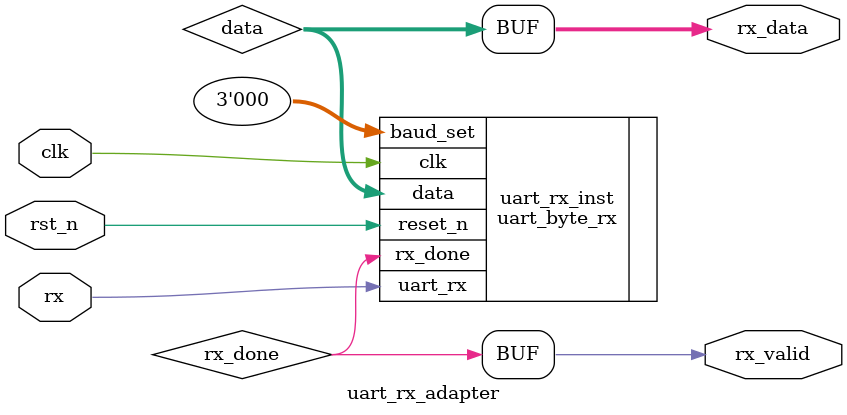
<source format=v>
`timescale 1ns / 1ps

module uart_rx_adapter(
    input clk,
    input rst_n,
    input rx,
    output [7:0] rx_data,
    output rx_valid
);

    // 内部信号
    wire [7:0] data;
    wire rx_done;
    
    assign rx_data = data;
    assign rx_valid = rx_done;
    
    // 实例化原有的UART接收模块
    uart_byte_rx uart_rx_inst (
        .clk(clk),
        .reset_n(rst_n),
        .baud_set(3'b0),  // 9600波特率
        .uart_rx(rx),
        .data(data),
        .rx_done(rx_done)
    );

endmodule

</source>
